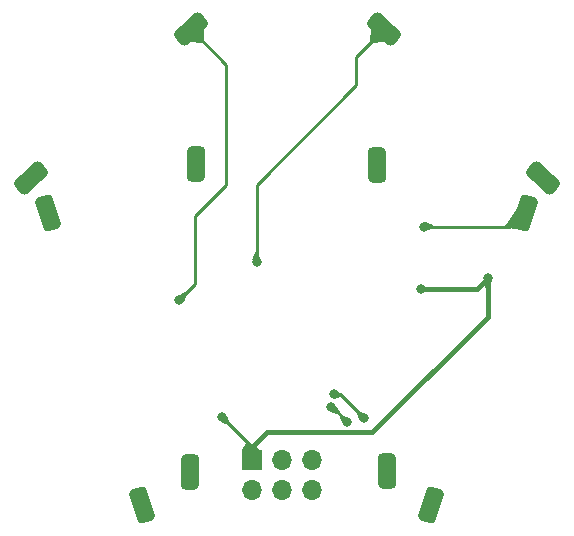
<source format=gbr>
%TF.GenerationSoftware,KiCad,Pcbnew,(7.0.0)*%
%TF.CreationDate,2024-01-04T11:39:15-05:00*%
%TF.ProjectId,MAGFest2023SolderingClass_variant1,4d414746-6573-4743-9230-3233536f6c64,rev?*%
%TF.SameCoordinates,Original*%
%TF.FileFunction,Copper,L1,Top*%
%TF.FilePolarity,Positive*%
%FSLAX46Y46*%
G04 Gerber Fmt 4.6, Leading zero omitted, Abs format (unit mm)*
G04 Created by KiCad (PCBNEW (7.0.0)) date 2024-01-04 11:39:15*
%MOMM*%
%LPD*%
G01*
G04 APERTURE LIST*
G04 Aperture macros list*
%AMRoundRect*
0 Rectangle with rounded corners*
0 $1 Rounding radius*
0 $2 $3 $4 $5 $6 $7 $8 $9 X,Y pos of 4 corners*
0 Add a 4 corners polygon primitive as box body*
4,1,4,$2,$3,$4,$5,$6,$7,$8,$9,$2,$3,0*
0 Add four circle primitives for the rounded corners*
1,1,$1+$1,$2,$3*
1,1,$1+$1,$4,$5*
1,1,$1+$1,$6,$7*
1,1,$1+$1,$8,$9*
0 Add four rect primitives between the rounded corners*
20,1,$1+$1,$2,$3,$4,$5,0*
20,1,$1+$1,$4,$5,$6,$7,0*
20,1,$1+$1,$6,$7,$8,$9,0*
20,1,$1+$1,$8,$9,$2,$3,0*%
G04 Aperture macros list end*
%TA.AperFunction,ComponentPad*%
%ADD10RoundRect,0.381000X-0.016563X1.181968X-0.708143X-0.946497X0.016563X-1.181968X0.708143X0.946497X0*%
%TD*%
%TA.AperFunction,ComponentPad*%
%ADD11RoundRect,0.381000X-0.419820X1.105022X-0.341715X-1.131615X0.419820X-1.105022X0.341715X1.131615X0*%
%TD*%
%TA.AperFunction,ComponentPad*%
%ADD12RoundRect,0.381000X-0.708143X0.946497X-0.016563X-1.181968X0.708143X-0.946497X0.016563X1.181968X0*%
%TD*%
%TA.AperFunction,ComponentPad*%
%ADD13RoundRect,0.381000X0.558543X1.041802X-1.078226X-0.484510X-0.558543X-1.041802X1.078226X0.484510X0*%
%TD*%
%TA.AperFunction,ComponentPad*%
%ADD14R,1.700000X1.700000*%
%TD*%
%TA.AperFunction,ComponentPad*%
%ADD15O,1.700000X1.700000*%
%TD*%
%TA.AperFunction,ComponentPad*%
%ADD16RoundRect,0.381000X-1.078226X0.484510X0.558543X-1.041802X1.078226X-0.484510X-0.558543X1.041802X0*%
%TD*%
%TA.AperFunction,ComponentPad*%
%ADD17RoundRect,0.381000X-0.361413X1.125479X-0.400471X-1.112180X0.361413X-1.125479X0.400471X1.112180X0*%
%TD*%
%TA.AperFunction,ViaPad*%
%ADD18C,0.800000*%
%TD*%
%TA.AperFunction,Conductor*%
%ADD19C,0.400000*%
%TD*%
%TA.AperFunction,Conductor*%
%ADD20C,0.250000*%
%TD*%
G04 APERTURE END LIST*
D10*
%TO.P,D4,1,K*%
%TO.N,Net-(D4-K)*%
X167262221Y-70941265D03*
%TO.P,D4,2,A*%
%TO.N,Net-(D4-A)*%
X159227779Y-95668735D03*
%TD*%
D11*
%TO.P,D3,1,K*%
%TO.N,Net-(D3-K)*%
X154651307Y-66862919D03*
%TO.P,D3,2,A*%
%TO.N,Net-(D3-A)*%
X155558693Y-92847081D03*
%TD*%
D12*
%TO.P,D1,1,K*%
%TO.N,Net-(D1-K)*%
X126797779Y-70941265D03*
%TO.P,D1,2,A*%
%TO.N,Net-(D1-A)*%
X134832221Y-95668735D03*
%TD*%
D13*
%TO.P,D6,1,K*%
%TO.N,Net-(D6-K)*%
X138920022Y-55396515D03*
%TO.P,D6,2,A*%
%TO.N,Net-(D6-A)*%
X125389978Y-68013485D03*
%TD*%
D14*
%TO.P,J1,1,Pin_1*%
%TO.N,+3V3*%
X144144999Y-91861764D03*
D15*
%TO.P,J1,2,Pin_2*%
%TO.N,GND*%
X144144999Y-94401764D03*
%TO.P,J1,3,Pin_3*%
%TO.N,unconnected-(J1-Pin_3-Pad3)*%
X146684999Y-91861764D03*
%TO.P,J1,4,Pin_4*%
%TO.N,unconnected-(J1-Pin_4-Pad4)*%
X146684999Y-94401764D03*
%TO.P,J1,5,Pin_5*%
%TO.N,/SWIO*%
X149224999Y-91861764D03*
%TO.P,J1,6,Pin_6*%
%TO.N,unconnected-(J1-Pin_6-Pad6)*%
X149224999Y-94401764D03*
%TD*%
D16*
%TO.P,D5,1,K*%
%TO.N,Net-(D5-K)*%
X155257590Y-55396515D03*
%TO.P,D5,2,A*%
%TO.N,Net-(D5-A)*%
X168787634Y-68013485D03*
%TD*%
D17*
%TO.P,D2,1,K*%
%TO.N,Net-(D2-K)*%
X139331881Y-66856980D03*
%TO.P,D2,2,A*%
%TO.N,Net-(D2-A)*%
X138878119Y-92853020D03*
%TD*%
D18*
%TO.N,+3V3*%
X141605000Y-88265000D03*
X164055000Y-76495000D03*
X158445194Y-77419500D03*
%TO.N,Net-(D4-K)*%
X158645000Y-72115000D03*
%TO.N,Net-(D5-K)*%
X144495000Y-75105000D03*
%TO.N,Net-(D6-K)*%
X137965000Y-78345000D03*
%TO.N,Net-(U1-I1)*%
X153625000Y-88365000D03*
X151035000Y-86275000D03*
%TO.N,Net-(U1-I2)*%
X152185000Y-88685000D03*
X150835000Y-87425000D03*
%TD*%
D19*
%TO.N,+3V3*%
X163130500Y-77419500D02*
X164055000Y-76495000D01*
X158445194Y-77419500D02*
X163130500Y-77419500D01*
D20*
X141605000Y-88265000D02*
X144145000Y-90805000D01*
X144145000Y-90805000D02*
X144145000Y-91861765D01*
D19*
X145415000Y-89535000D02*
X144145000Y-90805000D01*
X154305000Y-89535000D02*
X145415000Y-89535000D01*
X164055000Y-76495000D02*
X164055000Y-79785000D01*
X164055000Y-79785000D02*
X154305000Y-89535000D01*
D20*
%TO.N,Net-(D4-K)*%
X158645000Y-72115000D02*
X165851265Y-72115000D01*
X165851265Y-72115000D02*
X167025000Y-70941265D01*
%TO.N,Net-(D5-K)*%
X152935000Y-60125000D02*
X152935000Y-57719105D01*
X152935000Y-57719105D02*
X155257590Y-55396515D01*
X144495000Y-68565000D02*
X152935000Y-60125000D01*
X144495000Y-75105000D02*
X144495000Y-68565000D01*
%TO.N,Net-(D6-K)*%
X137965000Y-78345000D02*
X139305000Y-77005000D01*
X141925000Y-68565000D02*
X141925000Y-58401493D01*
X141925000Y-58401493D02*
X138920022Y-55396515D01*
X139305000Y-71185000D02*
X141925000Y-68565000D01*
X139305000Y-77005000D02*
X139305000Y-71185000D01*
%TO.N,Net-(U1-I1)*%
X151535000Y-86275000D02*
X151035000Y-86275000D01*
X153625000Y-88365000D02*
X151535000Y-86275000D01*
%TO.N,Net-(U1-I2)*%
X150835000Y-87425000D02*
X150925000Y-87425000D01*
X150925000Y-87425000D02*
X152185000Y-88685000D01*
%TD*%
%TA.AperFunction,Conductor*%
%TO.N,+3V3*%
G36*
X141979206Y-88122239D02*
G01*
X142255747Y-88734928D01*
X142256592Y-88741844D01*
X142253356Y-88748014D01*
X142088014Y-88913356D01*
X142081844Y-88916592D01*
X142074928Y-88915747D01*
X141462239Y-88639206D01*
X141456179Y-88632862D01*
X141456232Y-88624090D01*
X141602437Y-88268801D01*
X141604983Y-88264983D01*
X141608801Y-88262437D01*
X141964090Y-88116231D01*
X141972862Y-88116179D01*
X141979206Y-88122239D01*
G37*
%TD.AperFunction*%
%TD*%
%TA.AperFunction,Conductor*%
%TO.N,+3V3*%
G36*
X143786670Y-90267872D02*
G01*
X144767876Y-91004777D01*
X144772429Y-91012452D01*
X144770245Y-91021106D01*
X144153787Y-91851585D01*
X144148510Y-91855562D01*
X144141920Y-91856047D01*
X144136119Y-91852884D01*
X143301139Y-91017904D01*
X143297838Y-91011345D01*
X143299095Y-91004112D01*
X143600962Y-90440073D01*
X143602999Y-90437329D01*
X143771374Y-90268954D01*
X143778820Y-90265557D01*
X143786670Y-90267872D01*
G37*
%TD.AperFunction*%
%TD*%
%TA.AperFunction,Conductor*%
%TO.N,+3V3*%
G36*
X164059497Y-76495875D02*
G01*
X164415155Y-76644155D01*
X164421138Y-76649763D01*
X164421971Y-76657920D01*
X164257289Y-77286266D01*
X164253119Y-77292563D01*
X164245971Y-77295000D01*
X163864029Y-77295000D01*
X163856881Y-77292563D01*
X163852711Y-77286266D01*
X163837585Y-77228553D01*
X163688028Y-76657917D01*
X163688861Y-76649763D01*
X163694842Y-76644156D01*
X164050502Y-76495875D01*
X164055000Y-76494975D01*
X164059497Y-76495875D01*
G37*
%TD.AperFunction*%
%TD*%
%TA.AperFunction,Conductor*%
%TO.N,Net-(D4-K)*%
G36*
X158825696Y-71755890D02*
G01*
X159437437Y-71987141D01*
X159442925Y-71991433D01*
X159445000Y-71998085D01*
X159445000Y-72231915D01*
X159442925Y-72238567D01*
X159437437Y-72242859D01*
X158808655Y-72480551D01*
X158799884Y-72480350D01*
X158793719Y-72474109D01*
X158645875Y-72119497D01*
X158644975Y-72115000D01*
X158645875Y-72110502D01*
X158793719Y-71755889D01*
X158799884Y-71749649D01*
X158808654Y-71749448D01*
X158825696Y-71755890D01*
G37*
%TD.AperFunction*%
%TD*%
%TA.AperFunction,Conductor*%
%TO.N,Net-(D4-K)*%
G36*
X166626388Y-70469516D02*
G01*
X167255543Y-70935577D01*
X167259920Y-70942101D01*
X167259183Y-70949923D01*
X166627794Y-72303950D01*
X166623140Y-72309079D01*
X166616402Y-72310678D01*
X165580804Y-72240737D01*
X165573045Y-72237054D01*
X165569892Y-72229064D01*
X165569892Y-71993624D01*
X165571940Y-71987011D01*
X166282522Y-70949923D01*
X166609773Y-70472302D01*
X166614502Y-70468303D01*
X166620612Y-70467277D01*
X166626388Y-70469516D01*
G37*
%TD.AperFunction*%
%TD*%
%TA.AperFunction,Conductor*%
%TO.N,Net-(D5-K)*%
G36*
X155252465Y-55397483D02*
G01*
X155256825Y-55401693D01*
X155258493Y-55407521D01*
X155275896Y-56444959D01*
X155272963Y-56452905D01*
X155265435Y-56456789D01*
X154273576Y-56562270D01*
X154268440Y-56561667D01*
X154264066Y-56558909D01*
X154095022Y-56389865D01*
X154092332Y-56385680D01*
X154091625Y-56380755D01*
X154160050Y-55426326D01*
X154163671Y-55418672D01*
X154171506Y-55415465D01*
X155246586Y-55396019D01*
X155252465Y-55397483D01*
G37*
%TD.AperFunction*%
%TD*%
%TA.AperFunction,Conductor*%
%TO.N,Net-(D5-K)*%
G36*
X144618567Y-74307075D02*
G01*
X144622859Y-74312563D01*
X144860551Y-74941344D01*
X144860350Y-74950115D01*
X144854109Y-74956280D01*
X144499502Y-75104123D01*
X144495000Y-75105024D01*
X144490498Y-75104123D01*
X144135890Y-74956280D01*
X144129649Y-74950115D01*
X144129448Y-74941345D01*
X144367141Y-74312562D01*
X144371433Y-74307075D01*
X144378085Y-74305000D01*
X144611915Y-74305000D01*
X144618567Y-74307075D01*
G37*
%TD.AperFunction*%
%TD*%
%TA.AperFunction,Conductor*%
%TO.N,Net-(D6-K)*%
G36*
X138448014Y-77696643D02*
G01*
X138613356Y-77861985D01*
X138616592Y-77868155D01*
X138615747Y-77875071D01*
X138339206Y-78487760D01*
X138332862Y-78493820D01*
X138324090Y-78493767D01*
X137968804Y-78347563D01*
X137964983Y-78345016D01*
X137962436Y-78341195D01*
X137816232Y-77985909D01*
X137816179Y-77977137D01*
X137822237Y-77970794D01*
X138434928Y-77694251D01*
X138441844Y-77693407D01*
X138448014Y-77696643D01*
G37*
%TD.AperFunction*%
%TD*%
%TA.AperFunction,Conductor*%
%TO.N,Net-(D6-K)*%
G36*
X140006103Y-55415465D02*
G01*
X140013939Y-55418672D01*
X140017560Y-55426326D01*
X140085986Y-56380755D01*
X140085279Y-56385680D01*
X140082589Y-56389865D01*
X139913545Y-56558909D01*
X139909171Y-56561667D01*
X139904035Y-56562270D01*
X138912175Y-56456789D01*
X138904647Y-56452905D01*
X138901714Y-56444959D01*
X138919118Y-55407519D01*
X138920786Y-55401693D01*
X138925146Y-55397483D01*
X138931024Y-55396019D01*
X140006103Y-55415465D01*
G37*
%TD.AperFunction*%
%TD*%
%TA.AperFunction,Conductor*%
%TO.N,Net-(U1-I1)*%
G36*
X151325984Y-85998551D02*
G01*
X151825148Y-86390597D01*
X151828944Y-86395877D01*
X151829333Y-86402371D01*
X151826193Y-86408069D01*
X151661426Y-86572836D01*
X151654996Y-86576117D01*
X151048518Y-86672843D01*
X151041930Y-86671984D01*
X151036872Y-86667676D01*
X151034975Y-86661312D01*
X151034301Y-86279164D01*
X151035193Y-86274666D01*
X151037746Y-86270856D01*
X151310505Y-85999457D01*
X151318072Y-85996072D01*
X151325984Y-85998551D01*
G37*
%TD.AperFunction*%
%TD*%
%TA.AperFunction,Conductor*%
%TO.N,Net-(U1-I1)*%
G36*
X153155071Y-87714252D02*
G01*
X153767760Y-87990793D01*
X153773820Y-87997137D01*
X153773767Y-88005909D01*
X153627563Y-88361195D01*
X153625016Y-88365016D01*
X153621195Y-88367563D01*
X153265909Y-88513767D01*
X153257137Y-88513820D01*
X153250793Y-88507760D01*
X153186676Y-88365707D01*
X153020320Y-87997137D01*
X152974252Y-87895071D01*
X152973407Y-87888155D01*
X152976641Y-87881987D01*
X153141987Y-87716641D01*
X153148155Y-87713407D01*
X153155071Y-87714252D01*
G37*
%TD.AperFunction*%
%TD*%
%TA.AperFunction,Conductor*%
%TO.N,Net-(U1-I2)*%
G36*
X151715071Y-88034252D02*
G01*
X152327760Y-88310793D01*
X152333820Y-88317137D01*
X152333767Y-88325909D01*
X152187563Y-88681195D01*
X152185016Y-88685016D01*
X152181195Y-88687563D01*
X151825909Y-88833767D01*
X151817137Y-88833820D01*
X151810793Y-88827760D01*
X151746676Y-88685707D01*
X151580320Y-88317137D01*
X151534252Y-88215071D01*
X151533407Y-88208155D01*
X151536641Y-88201987D01*
X151701987Y-88036641D01*
X151708155Y-88033407D01*
X151715071Y-88034252D01*
G37*
%TD.AperFunction*%
%TD*%
%TA.AperFunction,Conductor*%
%TO.N,Net-(U1-I2)*%
G36*
X151209608Y-87281018D02*
G01*
X151520831Y-87840629D01*
X151522193Y-87847936D01*
X151518879Y-87854589D01*
X151353524Y-88019944D01*
X151347874Y-88023073D01*
X151341425Y-88022728D01*
X150693636Y-87798603D01*
X150688476Y-87795039D01*
X150685897Y-87789321D01*
X150686642Y-87783094D01*
X150832437Y-87428801D01*
X150834983Y-87424983D01*
X150838801Y-87422437D01*
X151194934Y-87275884D01*
X151203245Y-87275661D01*
X151209608Y-87281018D01*
G37*
%TD.AperFunction*%
%TD*%
M02*

</source>
